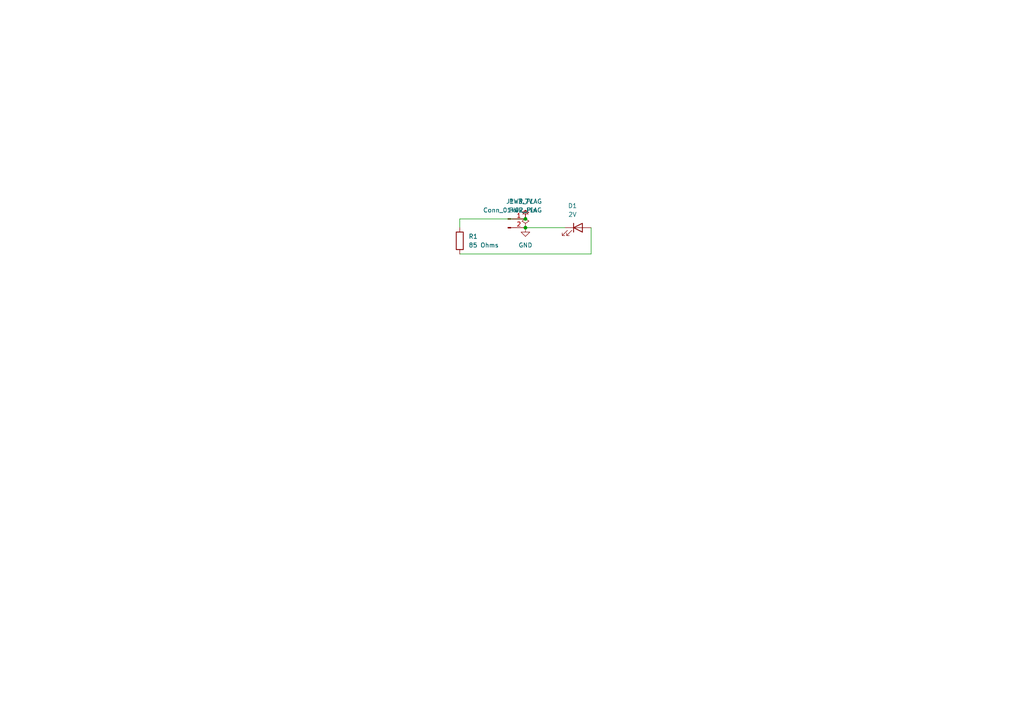
<source format=kicad_sch>
(kicad_sch
	(version 20250114)
	(generator "eeschema")
	(generator_version "9.0")
	(uuid "b183acf8-04fe-4b1a-b484-990b0c42a35e")
	(paper "A4")
	(lib_symbols
		(symbol "Connector:Conn_01x02_Pin"
			(pin_names
				(offset 1.016)
				(hide yes)
			)
			(exclude_from_sim no)
			(in_bom yes)
			(on_board yes)
			(property "Reference" "J"
				(at 0 2.54 0)
				(effects
					(font
						(size 1.27 1.27)
					)
				)
			)
			(property "Value" "Conn_01x02_Pin"
				(at 0 -5.08 0)
				(effects
					(font
						(size 1.27 1.27)
					)
				)
			)
			(property "Footprint" ""
				(at 0 0 0)
				(effects
					(font
						(size 1.27 1.27)
					)
					(hide yes)
				)
			)
			(property "Datasheet" "~"
				(at 0 0 0)
				(effects
					(font
						(size 1.27 1.27)
					)
					(hide yes)
				)
			)
			(property "Description" "Generic connector, single row, 01x02, script generated"
				(at 0 0 0)
				(effects
					(font
						(size 1.27 1.27)
					)
					(hide yes)
				)
			)
			(property "ki_locked" ""
				(at 0 0 0)
				(effects
					(font
						(size 1.27 1.27)
					)
				)
			)
			(property "ki_keywords" "connector"
				(at 0 0 0)
				(effects
					(font
						(size 1.27 1.27)
					)
					(hide yes)
				)
			)
			(property "ki_fp_filters" "Connector*:*_1x??_*"
				(at 0 0 0)
				(effects
					(font
						(size 1.27 1.27)
					)
					(hide yes)
				)
			)
			(symbol "Conn_01x02_Pin_1_1"
				(rectangle
					(start 0.8636 0.127)
					(end 0 -0.127)
					(stroke
						(width 0.1524)
						(type default)
					)
					(fill
						(type outline)
					)
				)
				(rectangle
					(start 0.8636 -2.413)
					(end 0 -2.667)
					(stroke
						(width 0.1524)
						(type default)
					)
					(fill
						(type outline)
					)
				)
				(polyline
					(pts
						(xy 1.27 0) (xy 0.8636 0)
					)
					(stroke
						(width 0.1524)
						(type default)
					)
					(fill
						(type none)
					)
				)
				(polyline
					(pts
						(xy 1.27 -2.54) (xy 0.8636 -2.54)
					)
					(stroke
						(width 0.1524)
						(type default)
					)
					(fill
						(type none)
					)
				)
				(pin passive line
					(at 5.08 0 180)
					(length 3.81)
					(name "Pin_1"
						(effects
							(font
								(size 1.27 1.27)
							)
						)
					)
					(number "1"
						(effects
							(font
								(size 1.27 1.27)
							)
						)
					)
				)
				(pin passive line
					(at 5.08 -2.54 180)
					(length 3.81)
					(name "Pin_2"
						(effects
							(font
								(size 1.27 1.27)
							)
						)
					)
					(number "2"
						(effects
							(font
								(size 1.27 1.27)
							)
						)
					)
				)
			)
			(embedded_fonts no)
		)
		(symbol "Device:LED"
			(pin_numbers
				(hide yes)
			)
			(pin_names
				(offset 1.016)
				(hide yes)
			)
			(exclude_from_sim no)
			(in_bom yes)
			(on_board yes)
			(property "Reference" "D"
				(at 0 2.54 0)
				(effects
					(font
						(size 1.27 1.27)
					)
				)
			)
			(property "Value" "LED"
				(at 0 -2.54 0)
				(effects
					(font
						(size 1.27 1.27)
					)
				)
			)
			(property "Footprint" ""
				(at 0 0 0)
				(effects
					(font
						(size 1.27 1.27)
					)
					(hide yes)
				)
			)
			(property "Datasheet" "~"
				(at 0 0 0)
				(effects
					(font
						(size 1.27 1.27)
					)
					(hide yes)
				)
			)
			(property "Description" "Light emitting diode"
				(at 0 0 0)
				(effects
					(font
						(size 1.27 1.27)
					)
					(hide yes)
				)
			)
			(property "Sim.Pins" "1=K 2=A"
				(at 0 0 0)
				(effects
					(font
						(size 1.27 1.27)
					)
					(hide yes)
				)
			)
			(property "ki_keywords" "LED diode"
				(at 0 0 0)
				(effects
					(font
						(size 1.27 1.27)
					)
					(hide yes)
				)
			)
			(property "ki_fp_filters" "LED* LED_SMD:* LED_THT:*"
				(at 0 0 0)
				(effects
					(font
						(size 1.27 1.27)
					)
					(hide yes)
				)
			)
			(symbol "LED_0_1"
				(polyline
					(pts
						(xy -3.048 -0.762) (xy -4.572 -2.286) (xy -3.81 -2.286) (xy -4.572 -2.286) (xy -4.572 -1.524)
					)
					(stroke
						(width 0)
						(type default)
					)
					(fill
						(type none)
					)
				)
				(polyline
					(pts
						(xy -1.778 -0.762) (xy -3.302 -2.286) (xy -2.54 -2.286) (xy -3.302 -2.286) (xy -3.302 -1.524)
					)
					(stroke
						(width 0)
						(type default)
					)
					(fill
						(type none)
					)
				)
				(polyline
					(pts
						(xy -1.27 0) (xy 1.27 0)
					)
					(stroke
						(width 0)
						(type default)
					)
					(fill
						(type none)
					)
				)
				(polyline
					(pts
						(xy -1.27 -1.27) (xy -1.27 1.27)
					)
					(stroke
						(width 0.254)
						(type default)
					)
					(fill
						(type none)
					)
				)
				(polyline
					(pts
						(xy 1.27 -1.27) (xy 1.27 1.27) (xy -1.27 0) (xy 1.27 -1.27)
					)
					(stroke
						(width 0.254)
						(type default)
					)
					(fill
						(type none)
					)
				)
			)
			(symbol "LED_1_1"
				(pin passive line
					(at -3.81 0 0)
					(length 2.54)
					(name "K"
						(effects
							(font
								(size 1.27 1.27)
							)
						)
					)
					(number "1"
						(effects
							(font
								(size 1.27 1.27)
							)
						)
					)
				)
				(pin passive line
					(at 3.81 0 180)
					(length 2.54)
					(name "A"
						(effects
							(font
								(size 1.27 1.27)
							)
						)
					)
					(number "2"
						(effects
							(font
								(size 1.27 1.27)
							)
						)
					)
				)
			)
			(embedded_fonts no)
		)
		(symbol "Device:R"
			(pin_numbers
				(hide yes)
			)
			(pin_names
				(offset 0)
			)
			(exclude_from_sim no)
			(in_bom yes)
			(on_board yes)
			(property "Reference" "R"
				(at 2.032 0 90)
				(effects
					(font
						(size 1.27 1.27)
					)
				)
			)
			(property "Value" "R"
				(at 0 0 90)
				(effects
					(font
						(size 1.27 1.27)
					)
				)
			)
			(property "Footprint" ""
				(at -1.778 0 90)
				(effects
					(font
						(size 1.27 1.27)
					)
					(hide yes)
				)
			)
			(property "Datasheet" "~"
				(at 0 0 0)
				(effects
					(font
						(size 1.27 1.27)
					)
					(hide yes)
				)
			)
			(property "Description" "Resistor"
				(at 0 0 0)
				(effects
					(font
						(size 1.27 1.27)
					)
					(hide yes)
				)
			)
			(property "ki_keywords" "R res resistor"
				(at 0 0 0)
				(effects
					(font
						(size 1.27 1.27)
					)
					(hide yes)
				)
			)
			(property "ki_fp_filters" "R_*"
				(at 0 0 0)
				(effects
					(font
						(size 1.27 1.27)
					)
					(hide yes)
				)
			)
			(symbol "R_0_1"
				(rectangle
					(start -1.016 -2.54)
					(end 1.016 2.54)
					(stroke
						(width 0.254)
						(type default)
					)
					(fill
						(type none)
					)
				)
			)
			(symbol "R_1_1"
				(pin passive line
					(at 0 3.81 270)
					(length 1.27)
					(name "~"
						(effects
							(font
								(size 1.27 1.27)
							)
						)
					)
					(number "1"
						(effects
							(font
								(size 1.27 1.27)
							)
						)
					)
				)
				(pin passive line
					(at 0 -3.81 90)
					(length 1.27)
					(name "~"
						(effects
							(font
								(size 1.27 1.27)
							)
						)
					)
					(number "2"
						(effects
							(font
								(size 1.27 1.27)
							)
						)
					)
				)
			)
			(embedded_fonts no)
		)
		(symbol "power:GND"
			(power)
			(pin_numbers
				(hide yes)
			)
			(pin_names
				(offset 0)
				(hide yes)
			)
			(exclude_from_sim no)
			(in_bom yes)
			(on_board yes)
			(property "Reference" "#PWR"
				(at 0 -6.35 0)
				(effects
					(font
						(size 1.27 1.27)
					)
					(hide yes)
				)
			)
			(property "Value" "GND"
				(at 0 -3.81 0)
				(effects
					(font
						(size 1.27 1.27)
					)
				)
			)
			(property "Footprint" ""
				(at 0 0 0)
				(effects
					(font
						(size 1.27 1.27)
					)
					(hide yes)
				)
			)
			(property "Datasheet" ""
				(at 0 0 0)
				(effects
					(font
						(size 1.27 1.27)
					)
					(hide yes)
				)
			)
			(property "Description" "Power symbol creates a global label with name \"GND\" , ground"
				(at 0 0 0)
				(effects
					(font
						(size 1.27 1.27)
					)
					(hide yes)
				)
			)
			(property "ki_keywords" "global power"
				(at 0 0 0)
				(effects
					(font
						(size 1.27 1.27)
					)
					(hide yes)
				)
			)
			(symbol "GND_0_1"
				(polyline
					(pts
						(xy 0 0) (xy 0 -1.27) (xy 1.27 -1.27) (xy 0 -2.54) (xy -1.27 -1.27) (xy 0 -1.27)
					)
					(stroke
						(width 0)
						(type default)
					)
					(fill
						(type none)
					)
				)
			)
			(symbol "GND_1_1"
				(pin power_in line
					(at 0 0 270)
					(length 0)
					(name "~"
						(effects
							(font
								(size 1.27 1.27)
							)
						)
					)
					(number "1"
						(effects
							(font
								(size 1.27 1.27)
							)
						)
					)
				)
			)
			(embedded_fonts no)
		)
		(symbol "power:PWR_FLAG"
			(power)
			(pin_numbers
				(hide yes)
			)
			(pin_names
				(offset 0)
				(hide yes)
			)
			(exclude_from_sim no)
			(in_bom yes)
			(on_board yes)
			(property "Reference" "#FLG"
				(at 0 1.905 0)
				(effects
					(font
						(size 1.27 1.27)
					)
					(hide yes)
				)
			)
			(property "Value" "PWR_FLAG"
				(at 0 3.81 0)
				(effects
					(font
						(size 1.27 1.27)
					)
				)
			)
			(property "Footprint" ""
				(at 0 0 0)
				(effects
					(font
						(size 1.27 1.27)
					)
					(hide yes)
				)
			)
			(property "Datasheet" "~"
				(at 0 0 0)
				(effects
					(font
						(size 1.27 1.27)
					)
					(hide yes)
				)
			)
			(property "Description" "Special symbol for telling ERC where power comes from"
				(at 0 0 0)
				(effects
					(font
						(size 1.27 1.27)
					)
					(hide yes)
				)
			)
			(property "ki_keywords" "flag power"
				(at 0 0 0)
				(effects
					(font
						(size 1.27 1.27)
					)
					(hide yes)
				)
			)
			(symbol "PWR_FLAG_0_0"
				(pin power_out line
					(at 0 0 90)
					(length 0)
					(name "~"
						(effects
							(font
								(size 1.27 1.27)
							)
						)
					)
					(number "1"
						(effects
							(font
								(size 1.27 1.27)
							)
						)
					)
				)
			)
			(symbol "PWR_FLAG_0_1"
				(polyline
					(pts
						(xy 0 0) (xy 0 1.27) (xy -1.016 1.905) (xy 0 2.54) (xy 1.016 1.905) (xy 0 1.27)
					)
					(stroke
						(width 0)
						(type default)
					)
					(fill
						(type none)
					)
				)
			)
			(embedded_fonts no)
		)
		(symbol "power:VCC"
			(power)
			(pin_numbers
				(hide yes)
			)
			(pin_names
				(offset 0)
				(hide yes)
			)
			(exclude_from_sim no)
			(in_bom yes)
			(on_board yes)
			(property "Reference" "#PWR"
				(at 0 -3.81 0)
				(effects
					(font
						(size 1.27 1.27)
					)
					(hide yes)
				)
			)
			(property "Value" "VCC"
				(at 0 3.556 0)
				(effects
					(font
						(size 1.27 1.27)
					)
				)
			)
			(property "Footprint" ""
				(at 0 0 0)
				(effects
					(font
						(size 1.27 1.27)
					)
					(hide yes)
				)
			)
			(property "Datasheet" ""
				(at 0 0 0)
				(effects
					(font
						(size 1.27 1.27)
					)
					(hide yes)
				)
			)
			(property "Description" "Power symbol creates a global label with name \"VCC\""
				(at 0 0 0)
				(effects
					(font
						(size 1.27 1.27)
					)
					(hide yes)
				)
			)
			(property "ki_keywords" "global power"
				(at 0 0 0)
				(effects
					(font
						(size 1.27 1.27)
					)
					(hide yes)
				)
			)
			(symbol "VCC_0_1"
				(polyline
					(pts
						(xy -0.762 1.27) (xy 0 2.54)
					)
					(stroke
						(width 0)
						(type default)
					)
					(fill
						(type none)
					)
				)
				(polyline
					(pts
						(xy 0 2.54) (xy 0.762 1.27)
					)
					(stroke
						(width 0)
						(type default)
					)
					(fill
						(type none)
					)
				)
				(polyline
					(pts
						(xy 0 0) (xy 0 2.54)
					)
					(stroke
						(width 0)
						(type default)
					)
					(fill
						(type none)
					)
				)
			)
			(symbol "VCC_1_1"
				(pin power_in line
					(at 0 0 90)
					(length 0)
					(name "~"
						(effects
							(font
								(size 1.27 1.27)
							)
						)
					)
					(number "1"
						(effects
							(font
								(size 1.27 1.27)
							)
						)
					)
				)
			)
			(embedded_fonts no)
		)
	)
	(junction
		(at 152.4 66.04)
		(diameter 0)
		(color 0 0 0 0)
		(uuid "2b27f178-6618-4b89-a981-62ce7d3f3e15")
	)
	(junction
		(at 152.4 63.5)
		(diameter 0)
		(color 0 0 0 0)
		(uuid "56534218-fe5e-47d5-b2b6-7c60d158c80f")
	)
	(wire
		(pts
			(xy 133.35 73.66) (xy 171.45 73.66)
		)
		(stroke
			(width 0)
			(type default)
		)
		(uuid "3ed6425f-3e12-461d-9bed-24bc15d6d28d")
	)
	(wire
		(pts
			(xy 133.35 63.5) (xy 133.35 66.04)
		)
		(stroke
			(width 0)
			(type default)
		)
		(uuid "5619ce33-f4e1-4585-9eca-2fc606e5da96")
	)
	(wire
		(pts
			(xy 152.4 66.04) (xy 163.83 66.04)
		)
		(stroke
			(width 0)
			(type default)
		)
		(uuid "84f541dc-c6dc-4bec-bccc-f79e6a8f0e36")
	)
	(wire
		(pts
			(xy 171.45 73.66) (xy 171.45 66.04)
		)
		(stroke
			(width 0)
			(type default)
		)
		(uuid "bf935714-8823-427e-be2f-2d24c3781377")
	)
	(wire
		(pts
			(xy 152.4 63.5) (xy 133.35 63.5)
		)
		(stroke
			(width 0)
			(type default)
		)
		(uuid "ddaeed1c-522a-401e-8332-05738e60d66e")
	)
	(symbol
		(lib_id "power:PWR_FLAG")
		(at 152.4 66.04 0)
		(unit 1)
		(exclude_from_sim no)
		(in_bom yes)
		(on_board yes)
		(dnp no)
		(fields_autoplaced yes)
		(uuid "04dfa9b2-ee2c-4171-bff1-05946574a57e")
		(property "Reference" "#FLG02"
			(at 152.4 64.135 0)
			(effects
				(font
					(size 1.27 1.27)
				)
				(hide yes)
			)
		)
		(property "Value" "PWR_FLAG"
			(at 152.4 60.96 0)
			(effects
				(font
					(size 1.27 1.27)
				)
			)
		)
		(property "Footprint" ""
			(at 152.4 66.04 0)
			(effects
				(font
					(size 1.27 1.27)
				)
				(hide yes)
			)
		)
		(property "Datasheet" "~"
			(at 152.4 66.04 0)
			(effects
				(font
					(size 1.27 1.27)
				)
				(hide yes)
			)
		)
		(property "Description" "Special symbol for telling ERC where power comes from"
			(at 152.4 66.04 0)
			(effects
				(font
					(size 1.27 1.27)
				)
				(hide yes)
			)
		)
		(pin "1"
			(uuid "b5ff4666-372e-4165-8ee4-c137abdf2513")
		)
		(instances
			(project ""
				(path "/b183acf8-04fe-4b1a-b484-990b0c42a35e"
					(reference "#FLG02")
					(unit 1)
				)
			)
		)
	)
	(symbol
		(lib_id "power:VCC")
		(at 152.4 63.5 0)
		(unit 1)
		(exclude_from_sim no)
		(in_bom yes)
		(on_board yes)
		(dnp no)
		(fields_autoplaced yes)
		(uuid "13270a37-d507-47f0-a211-870ef54047c1")
		(property "Reference" "#PWR01"
			(at 152.4 67.31 0)
			(effects
				(font
					(size 1.27 1.27)
				)
				(hide yes)
			)
		)
		(property "Value" "3.7V"
			(at 152.4 58.42 0)
			(effects
				(font
					(size 1.27 1.27)
				)
			)
		)
		(property "Footprint" ""
			(at 152.4 63.5 0)
			(effects
				(font
					(size 1.27 1.27)
				)
				(hide yes)
			)
		)
		(property "Datasheet" ""
			(at 152.4 63.5 0)
			(effects
				(font
					(size 1.27 1.27)
				)
				(hide yes)
			)
		)
		(property "Description" "Power symbol creates a global label with name \"VCC\""
			(at 152.4 63.5 0)
			(effects
				(font
					(size 1.27 1.27)
				)
				(hide yes)
			)
		)
		(pin "1"
			(uuid "5ae587fa-f909-43ab-b61f-85f1dd3fcb49")
		)
		(instances
			(project ""
				(path "/b183acf8-04fe-4b1a-b484-990b0c42a35e"
					(reference "#PWR01")
					(unit 1)
				)
			)
		)
	)
	(symbol
		(lib_id "power:PWR_FLAG")
		(at 152.4 63.5 0)
		(unit 1)
		(exclude_from_sim no)
		(in_bom yes)
		(on_board yes)
		(dnp no)
		(fields_autoplaced yes)
		(uuid "473d950b-a24c-4dad-80a8-88ba7d42d835")
		(property "Reference" "#FLG01"
			(at 152.4 61.595 0)
			(effects
				(font
					(size 1.27 1.27)
				)
				(hide yes)
			)
		)
		(property "Value" "PWR_FLAG"
			(at 152.4 58.42 0)
			(effects
				(font
					(size 1.27 1.27)
				)
			)
		)
		(property "Footprint" ""
			(at 152.4 63.5 0)
			(effects
				(font
					(size 1.27 1.27)
				)
				(hide yes)
			)
		)
		(property "Datasheet" "~"
			(at 152.4 63.5 0)
			(effects
				(font
					(size 1.27 1.27)
				)
				(hide yes)
			)
		)
		(property "Description" "Special symbol for telling ERC where power comes from"
			(at 152.4 63.5 0)
			(effects
				(font
					(size 1.27 1.27)
				)
				(hide yes)
			)
		)
		(pin "1"
			(uuid "5a4325a8-3ee9-4508-b020-d8d02c4ba954")
		)
		(instances
			(project ""
				(path "/b183acf8-04fe-4b1a-b484-990b0c42a35e"
					(reference "#FLG01")
					(unit 1)
				)
			)
		)
	)
	(symbol
		(lib_id "power:GND")
		(at 152.4 66.04 0)
		(unit 1)
		(exclude_from_sim no)
		(in_bom yes)
		(on_board yes)
		(dnp no)
		(fields_autoplaced yes)
		(uuid "842ebc7d-ef25-4e1c-908e-cf961e3499e4")
		(property "Reference" "#PWR02"
			(at 152.4 72.39 0)
			(effects
				(font
					(size 1.27 1.27)
				)
				(hide yes)
			)
		)
		(property "Value" "GND"
			(at 152.4 71.12 0)
			(effects
				(font
					(size 1.27 1.27)
				)
			)
		)
		(property "Footprint" ""
			(at 152.4 66.04 0)
			(effects
				(font
					(size 1.27 1.27)
				)
				(hide yes)
			)
		)
		(property "Datasheet" ""
			(at 152.4 66.04 0)
			(effects
				(font
					(size 1.27 1.27)
				)
				(hide yes)
			)
		)
		(property "Description" "Power symbol creates a global label with name \"GND\" , ground"
			(at 152.4 66.04 0)
			(effects
				(font
					(size 1.27 1.27)
				)
				(hide yes)
			)
		)
		(pin "1"
			(uuid "31201530-1d92-48ac-8b04-5a9d4d9aed72")
		)
		(instances
			(project ""
				(path "/b183acf8-04fe-4b1a-b484-990b0c42a35e"
					(reference "#PWR02")
					(unit 1)
				)
			)
		)
	)
	(symbol
		(lib_id "Connector:Conn_01x02_Pin")
		(at 147.32 63.5 0)
		(unit 1)
		(exclude_from_sim no)
		(in_bom yes)
		(on_board yes)
		(dnp no)
		(fields_autoplaced yes)
		(uuid "a01e168e-5215-4e25-a794-3b8d17679927")
		(property "Reference" "J1"
			(at 147.955 58.42 0)
			(effects
				(font
					(size 1.27 1.27)
				)
			)
		)
		(property "Value" "Conn_01x02_Pin"
			(at 147.955 60.96 0)
			(effects
				(font
					(size 1.27 1.27)
				)
			)
		)
		(property "Footprint" "Connector_JST:JST_PH_S2B-PH-K_1x02_P2.00mm_Horizontal"
			(at 147.32 63.5 0)
			(effects
				(font
					(size 1.27 1.27)
				)
				(hide yes)
			)
		)
		(property "Datasheet" "~"
			(at 147.32 63.5 0)
			(effects
				(font
					(size 1.27 1.27)
				)
				(hide yes)
			)
		)
		(property "Description" "Generic connector, single row, 01x02, script generated"
			(at 147.32 63.5 0)
			(effects
				(font
					(size 1.27 1.27)
				)
				(hide yes)
			)
		)
		(pin "2"
			(uuid "2fb48443-5221-4554-b4eb-3bab031a1e72")
		)
		(pin "1"
			(uuid "62619bc0-2e28-4961-a492-b852d5fe3827")
		)
		(instances
			(project ""
				(path "/b183acf8-04fe-4b1a-b484-990b0c42a35e"
					(reference "J1")
					(unit 1)
				)
			)
		)
	)
	(symbol
		(lib_id "Device:R")
		(at 133.35 69.85 0)
		(unit 1)
		(exclude_from_sim no)
		(in_bom yes)
		(on_board yes)
		(dnp no)
		(fields_autoplaced yes)
		(uuid "ac0778e1-c236-41c7-b707-733ecc005071")
		(property "Reference" "R1"
			(at 135.89 68.5799 0)
			(effects
				(font
					(size 1.27 1.27)
				)
				(justify left)
			)
		)
		(property "Value" "85 Ohms"
			(at 135.89 71.1199 0)
			(effects
				(font
					(size 1.27 1.27)
				)
				(justify left)
			)
		)
		(property "Footprint" "Resistor_THT:R_Axial_DIN0207_L6.3mm_D2.5mm_P2.54mm_Vertical"
			(at 131.572 69.85 90)
			(effects
				(font
					(size 1.27 1.27)
				)
				(hide yes)
			)
		)
		(property "Datasheet" "~"
			(at 133.35 69.85 0)
			(effects
				(font
					(size 1.27 1.27)
				)
				(hide yes)
			)
		)
		(property "Description" "Resistor"
			(at 133.35 69.85 0)
			(effects
				(font
					(size 1.27 1.27)
				)
				(hide yes)
			)
		)
		(pin "1"
			(uuid "80160998-6c66-4ba3-8363-4a2a85b1afa1")
		)
		(pin "2"
			(uuid "da6130ee-4e23-4951-87f3-5eba1be67f28")
		)
		(instances
			(project ""
				(path "/b183acf8-04fe-4b1a-b484-990b0c42a35e"
					(reference "R1")
					(unit 1)
				)
			)
		)
	)
	(symbol
		(lib_id "Device:LED")
		(at 167.64 66.04 0)
		(unit 1)
		(exclude_from_sim no)
		(in_bom yes)
		(on_board yes)
		(dnp no)
		(fields_autoplaced yes)
		(uuid "eba2842f-fdd1-48cc-8b2e-6ccf2f6da3cb")
		(property "Reference" "D1"
			(at 166.0525 59.69 0)
			(effects
				(font
					(size 1.27 1.27)
				)
			)
		)
		(property "Value" "2V"
			(at 166.0525 62.23 0)
			(effects
				(font
					(size 1.27 1.27)
				)
			)
		)
		(property "Footprint" "LED_THT:LED_D3.0mm"
			(at 167.64 66.04 0)
			(effects
				(font
					(size 1.27 1.27)
				)
				(hide yes)
			)
		)
		(property "Datasheet" "~"
			(at 167.64 66.04 0)
			(effects
				(font
					(size 1.27 1.27)
				)
				(hide yes)
			)
		)
		(property "Description" "Light emitting diode"
			(at 167.64 66.04 0)
			(effects
				(font
					(size 1.27 1.27)
				)
				(hide yes)
			)
		)
		(property "Sim.Pins" "1=K 2=A"
			(at 167.64 66.04 0)
			(effects
				(font
					(size 1.27 1.27)
				)
				(hide yes)
			)
		)
		(pin "2"
			(uuid "efaa63a8-a089-45df-a2e2-7781af822edc")
		)
		(pin "1"
			(uuid "a1f24da1-9bed-488d-bb8d-3bea6eb7887e")
		)
		(instances
			(project ""
				(path "/b183acf8-04fe-4b1a-b484-990b0c42a35e"
					(reference "D1")
					(unit 1)
				)
			)
		)
	)
	(sheet_instances
		(path "/"
			(page "1")
		)
	)
	(embedded_fonts no)
)

</source>
